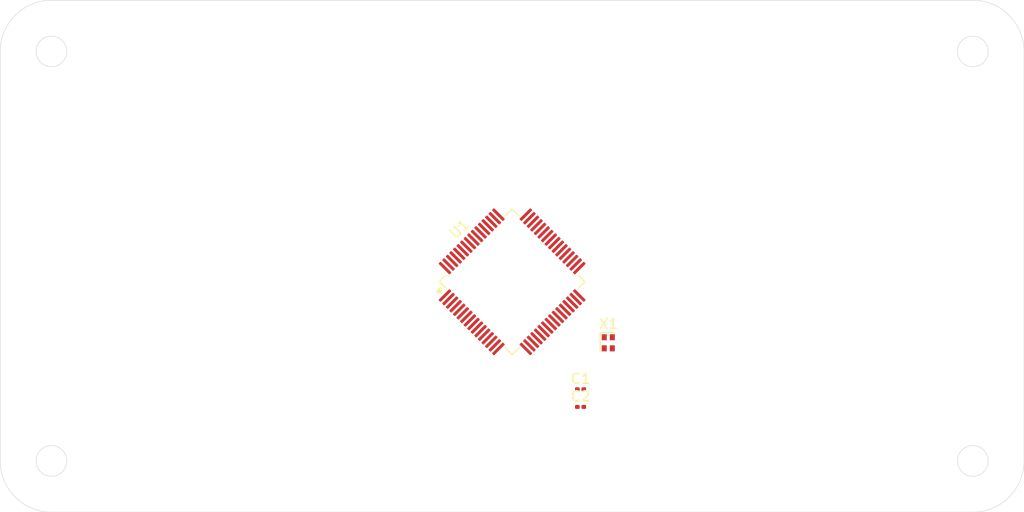
<source format=kicad_pcb>
(kicad_pcb (version 20240108) (generator "pcbnew") (generator_version "8.0")
  (layers (0 "F.Cu" signal) (31 "B.Cu" signal) (34 "B.Paste" user) (35 "F.Paste" user) (36 "B.SilkS" user "B.Silkscreen") (37 "F.SilkS" user "F.Silkscreen") (38 "B.Mask" user) (39 "F.Mask" user) (44 "Edge.Cuts" user))
  (net 0 "")
  (net 12 "Net-(U1-VSS-Pad18)")
  (footprint "Package_QFP:LQFP-64_10x10mm_P0.5mm" (layer "F.Cu") (at 152.4 78.74 45)
    (property "Reference" "U1" (at 0 -7.4 45) (layer "F.SilkS"))
    (property "Value" "STM32F401RCTx")
    (fp_line (start -5.11 -5.11) (end -5.11 -4.16) (stroke (width 0.12)) (layer "F.SilkS"))
    (fp_line (start -4.16 -5.11) (end -5.11 -5.11) (stroke (width 0.12)) (layer "F.SilkS"))
    (fp_line (start 4.16 -5.11) (end 5.11 -5.11) (stroke (width 0.12)) (layer "F.SilkS"))
    (fp_line (start 5.11 -5.11) (end 5.11 -4.16) (stroke (width 0.12)) (layer "F.SilkS"))
    (fp_line (start -5.11 5.11) (end -5.11 4.16) (stroke (width 0.12)) (layer "F.SilkS"))
    (fp_line (start -4.16 5.11) (end -5.11 5.11) (stroke (width 0.12)) (layer "F.SilkS"))
    (fp_line (start 4.16 5.11) (end 5.11 5.11) (stroke (width 0.12)) (layer "F.SilkS"))
    (fp_line (start 5.11 5.11) (end 5.11 4.16) (stroke (width 0.12)) (layer "F.SilkS"))
    (fp_poly (pts (xy -5.725 -4.16) (xy -6.065 -4.63) (xy -5.385 -4.629999) (xy -5.725 -4.16)) (stroke (width 0.12)) (fill solid) (layer "F.SilkS"))
    (pad "1" smd roundrect (at -5.675 -3.749999 45) (size 1.55 0.3) (layers "F.Cu" "F.Paste" "F.Mask"))
    (pad "2" smd roundrect (at -5.675 -3.25 45) (size 1.55 0.3) (layers "F.Cu" "F.Paste" "F.Mask"))
    (pad "3" smd roundrect (at -5.675 -2.75 45) (size 1.55 0.3) (layers "F.Cu" "F.Paste" "F.Mask"))
    (pad "4" smd roundrect (at -5.675 -2.25 45) (size 1.55 0.3) (layers "F.Cu" "F.Paste" "F.Mask"))
    (pad "5" smd roundrect (at -5.675 -1.75 45) (size 1.55 0.3) (layers "F.Cu" "F.Paste" "F.Mask"))
    (pad "6" smd roundrect (at -5.675 -1.249999 45) (size 1.55 0.3) (layers "F.Cu" "F.Paste" "F.Mask"))
    (pad "7" smd roundrect (at -5.675 -0.75 45) (size 1.55 0.3) (layers "F.Cu" "F.Paste" "F.Mask"))
    (pad "8" smd roundrect (at -5.675 -0.25 45) (size 1.55 0.3) (layers "F.Cu" "F.Paste" "F.Mask"))
    (pad "9" smd roundrect (at -5.675 0.25 45) (size 1.55 0.3) (layers "F.Cu" "F.Paste" "F.Mask"))
    (pad "10" smd roundrect (at -5.675 0.75 45) (size 1.55 0.3) (layers "F.Cu" "F.Paste" "F.Mask"))
    (pad "11" smd roundrect (at -5.675 1.249999 45) (size 1.55 0.3) (layers "F.Cu" "F.Paste" "F.Mask"))
    (pad "12" smd roundrect (at -5.675 1.75 45) (size 1.55 0.3) (layers "F.Cu" "F.Paste" "F.Mask"))
    (pad "13" smd roundrect (at -5.675 2.25 45) (size 1.55 0.3) (layers "F.Cu" "F.Paste" "F.Mask"))
    (pad "14" smd roundrect (at -5.675 2.75 45) (size 1.55 0.3) (layers "F.Cu" "F.Paste" "F.Mask"))
    (pad "15" smd roundrect (at -5.675 3.25 45) (size 1.55 0.3) (layers "F.Cu" "F.Paste" "F.Mask"))
    (pad "16" smd roundrect (at -5.675 3.749999 45) (size 1.55 0.3) (layers "F.Cu" "F.Paste" "F.Mask"))
    (pad "17" smd roundrect (at -3.749999 5.675 45) (size 0.3 1.55) (layers "F.Cu" "F.Paste" "F.Mask"))
    (pad "18" smd roundrect (at -3.25 5.675 45) (size 0.3 1.55) (layers "F.Cu" "F.Paste" "F.Mask") (net 12 "Net-(U1-VSS-Pad18)"))
    (pad "19" smd roundrect (at -2.75 5.675 45) (size 0.3 1.55) (layers "F.Cu" "F.Paste" "F.Mask"))
    (pad "20" smd roundrect (at -2.25 5.675 45) (size 0.3 1.55) (layers "F.Cu" "F.Paste" "F.Mask"))
    (pad "21" smd roundrect (at -1.75 5.675 45) (size 0.3 1.55) (layers "F.Cu" "F.Paste" "F.Mask"))
    (pad "22" smd roundrect (at -1.249999 5.675 45) (size 0.3 1.55) (layers "F.Cu" "F.Paste" "F.Mask"))
    (pad "23" smd roundrect (at -0.75 5.675 45) (size 0.3 1.55) (layers "F.Cu" "F.Paste" "F.Mask"))
    (pad "24" smd roundrect (at -0.25 5.675 45) (size 0.3 1.55) (layers "F.Cu" "F.Paste" "F.Mask"))
    (pad "25" smd roundrect (at 0.25 5.675 45) (size 0.3 1.55) (layers "F.Cu" "F.Paste" "F.Mask"))
    (pad "26" smd roundrect (at 0.75 5.675 45) (size 0.3 1.55) (layers "F.Cu" "F.Paste" "F.Mask"))
    (pad "27" smd roundrect (at 1.249999 5.675 45) (size 0.3 1.55) (layers "F.Cu" "F.Paste" "F.Mask"))
    (pad "28" smd roundrect (at 1.75 5.675 45) (size 0.3 1.55) (layers "F.Cu" "F.Paste" "F.Mask"))
    (pad "29" smd roundrect (at 2.25 5.675 45) (size 0.3 1.55) (layers "F.Cu" "F.Paste" "F.Mask"))
    (pad "30" smd roundrect (at 2.75 5.675 45) (size 0.3 1.55) (layers "F.Cu" "F.Paste" "F.Mask"))
    (pad "31" smd roundrect (at 3.25 5.675 45) (size 0.3 1.55) (layers "F.Cu" "F.Paste" "F.Mask") (net 12 "Net-(U1-VSS-Pad18)"))
    (pad "32" smd roundrect (at 3.749999 5.675 45) (size 0.3 1.55) (layers "F.Cu" "F.Paste" "F.Mask"))
    (pad "33" smd roundrect (at 5.675 3.749999 45) (size 1.55 0.3) (layers "F.Cu" "F.Paste" "F.Mask"))
    (pad "34" smd roundrect (at 5.675 3.25 45) (size 1.55 0.3) (layers "F.Cu" "F.Paste" "F.Mask"))
    (pad "35" smd roundrect (at 5.675 2.75 45) (size 1.55 0.3) (layers "F.Cu" "F.Paste" "F.Mask"))
    (pad "36" smd roundrect (at 5.675 2.25 45) (size 1.55 0.3) (layers "F.Cu" "F.Paste" "F.Mask"))
    (pad "37" smd roundrect (at 5.675 1.75 45) (size 1.55 0.3) (layers "F.Cu" "F.Paste" "F.Mask"))
    (pad "38" smd roundrect (at 5.675 1.249999 45) (size 1.55 0.3) (layers "F.Cu" "F.Paste" "F.Mask"))
    (pad "39" smd roundrect (at 5.675 0.75 45) (size 1.55 0.3) (layers "F.Cu" "F.Paste" "F.Mask"))
    (pad "40" smd roundrect (at 5.675 0.25 45) (size 1.55 0.3) (layers "F.Cu" "F.Paste" "F.Mask"))
    (pad "41" smd roundrect (at 5.675 -0.25 45) (size 1.55 0.3) (layers "F.Cu" "F.Paste" "F.Mask"))
    (pad "42" smd roundrect (at 5.675 -0.75 45) (size 1.55 0.3) (layers "F.Cu" "F.Paste" "F.Mask"))
    (pad "43" smd roundrect (at 5.675 -1.249999 45) (size 1.55 0.3) (layers "F.Cu" "F.Paste" "F.Mask"))
    (pad "44" smd roundrect (at 5.675 -1.75 45) (size 1.55 0.3) (layers "F.Cu" "F.Paste" "F.Mask"))
    (pad "45" smd roundrect (at 5.675 -2.25 45) (size 1.55 0.3) (layers "F.Cu" "F.Paste" "F.Mask"))
    (pad "46" smd roundrect (at 5.675 -2.75 45) (size 1.55 0.3) (layers "F.Cu" "F.Paste" "F.Mask"))
    (pad "47" smd roundrect (at 5.675 -3.25 45) (size 1.55 0.3) (layers "F.Cu" "F.Paste" "F.Mask") (net 12 "Net-(U1-VSS-Pad18)"))
    (pad "48" smd roundrect (at 5.675 -3.749999 45) (size 1.55 0.3) (layers "F.Cu" "F.Paste" "F.Mask"))
    (pad "49" smd roundrect (at 3.749999 -5.675 45) (size 0.3 1.55) (layers "F.Cu" "F.Paste" "F.Mask"))
    (pad "50" smd roundrect (at 3.25 -5.675 45) (size 0.3 1.55) (layers "F.Cu" "F.Paste" "F.Mask"))
    (pad "51" smd roundrect (at 2.75 -5.675 45) (size 0.3 1.55) (layers "F.Cu" "F.Paste" "F.Mask"))
    (pad "52" smd roundrect (at 2.25 -5.675 45) (size 0.3 1.55) (layers "F.Cu" "F.Paste" "F.Mask"))
    (pad "53" smd roundrect (at 1.75 -5.675 45) (size 0.3 1.55) (layers "F.Cu" "F.Paste" "F.Mask"))
    (pad "54" smd roundrect (at 1.249999 -5.675 45) (size 0.3 1.55) (layers "F.Cu" "F.Paste" "F.Mask"))
    (pad "55" smd roundrect (at 0.75 -5.675 45) (size 0.3 1.55) (layers "F.Cu" "F.Paste" "F.Mask"))
    (pad "56" smd roundrect (at 0.25 -5.675 45) (size 0.3 1.55) (layers "F.Cu" "F.Paste" "F.Mask"))
    (pad "57" smd roundrect (at -0.25 -5.675 45) (size 0.3 1.55) (layers "F.Cu" "F.Paste" "F.Mask"))
    (pad "58" smd roundrect (at -0.75 -5.675 45) (size 0.3 1.55) (layers "F.Cu" "F.Paste" "F.Mask"))
    (pad "59" smd roundrect (at -1.249999 -5.675 45) (size 0.3 1.55) (layers "F.Cu" "F.Paste" "F.Mask"))
    (pad "60" smd roundrect (at -1.75 -5.675 45) (size 0.3 1.55) (layers "F.Cu" "F.Paste" "F.Mask"))
    (pad "61" smd roundrect (at -2.25 -5.675 45) (size 0.3 1.55) (layers "F.Cu" "F.Paste" "F.Mask"))
    (pad "62" smd roundrect (at -2.75 -5.675 45) (size 0.3 1.55) (layers "F.Cu" "F.Paste" "F.Mask"))
    (pad "63" smd roundrect (at -3.25 -5.675 45) (size 0.3 1.55) (layers "F.Cu" "F.Paste" "F.Mask") (net 12 "Net-(U1-VSS-Pad18)"))
    (pad "64" smd roundrect (at -3.749999 -5.675 45) (size 0.3 1.55) (layers "F.Cu" "F.Paste" "F.Mask"))
  )
  (footprint "Capacitor_SMD:C_0201_0603Metric" (layer "F.Cu") (at 159.192 91.158)
    (property "Reference" "C2" (at 0 -1.05 0) (layer "F.SilkS"))
    (property "Value" "C")
    (pad "1" smd roundrect (at -0.32 0) (size 0.46 0.4) (layers "F.Cu" "F.Mask"))
    (pad "2" smd roundrect (at 0.32 0) (size 0.46 0.4) (layers "F.Cu" "F.Mask"))
  )
  (footprint "Capacitor_SMD:C_0201_0603Metric" (layer "F.Cu") (at 159.192 89.408)
    (property "Reference" "C1" (at 0 -1.05 0) (layer "F.SilkS"))
    (property "Value" "C")
    (pad "1" smd roundrect (at -0.32 0) (size 0.46 0.4) (layers "F.Cu" "F.Mask"))
    (pad "2" smd roundrect (at 0.32 0) (size 0.46 0.4) (layers "F.Cu" "F.Mask"))
  )
  (footprint "Oscillator:Oscillator_SMD_Abracon_ASCO-4Pin_1.6x1.2mm" (layer "F.Cu") (at 161.944 84.794)
    (property "Reference" "X1" (at 0.025 -1.875 0) (layer "F.SilkS"))
    (property "Value" "ASCO")
    (fp_line (start -0.8 -1) (end -0.8 0.85) (stroke (width 0.12)) (layer "F.SilkS"))
    (fp_line (start 0.65 -1) (end -0.8 -1) (stroke (width 0.12)) (layer "F.SilkS"))
    (pad "1" smd rect (at -0.4 -0.55) (size 0.5 0.6) (layers "F.Cu" "F.Paste" "F.Mask"))
    (pad "2" smd rect (at -0.4 0.55) (size 0.5 0.6) (layers "F.Cu" "F.Paste" "F.Mask"))
    (pad "3" smd rect (at 0.4 0.55) (size 0.5 0.6) (layers "F.Cu" "F.Paste" "F.Mask"))
    (pad "4" smd rect (at 0.4 -0.55) (size 0.5 0.6) (layers "F.Cu" "F.Paste" "F.Mask"))
  )
  (gr_arc (start 101.6 55.88) (mid 103.087898 52.287898) (end 106.68 50.8) (stroke (width 0.05)) (layer "Edge.Cuts"))
  (gr_line (start 101.6 55.88) (end 101.6 96.52) (stroke (width 0.05)) (layer "Edge.Cuts"))
  (gr_line (start 106.68 101.6) (end 198.12 101.6) (stroke (width 0.05)) (layer "Edge.Cuts"))
  (gr_circle (center 198.12 96.52) (end 198.12 98.044) (stroke (width 0.05)) (fill none) (layer "Edge.Cuts"))
  (gr_line (start 198.12 50.8) (end 106.68 50.8) (stroke (width 0.05)) (layer "Edge.Cuts"))
  (gr_arc (start 203.2 96.52) (mid 201.712102 100.112102) (end 198.12 101.6) (stroke (width 0.05)) (layer "Edge.Cuts"))
  (gr_circle (center 106.68 55.88) (end 106.68 54.356) (stroke (width 0.05)) (fill none) (layer "Edge.Cuts"))
  (gr_arc (start 198.12 50.8) (mid 201.712102 52.287898) (end 203.2 55.88) (stroke (width 0.05)) (layer "Edge.Cuts"))
  (gr_line (start 203.2 96.52) (end 203.2 55.88) (stroke (width 0.05)) (layer "Edge.Cuts"))
  (gr_arc (start 106.68 101.6) (mid 103.087898 100.112102) (end 101.6 96.52) (stroke (width 0.05)) (layer "Edge.Cuts"))
  (gr_circle (center 198.12 55.88) (end 198.12 57.404) (stroke (width 0.05)) (fill none) (layer "Edge.Cuts"))
  (gr_circle (center 106.68 96.52) (end 106.68 98.044) (stroke (width 0.05)) (fill none) (layer "Edge.Cuts"))
)
</source>
